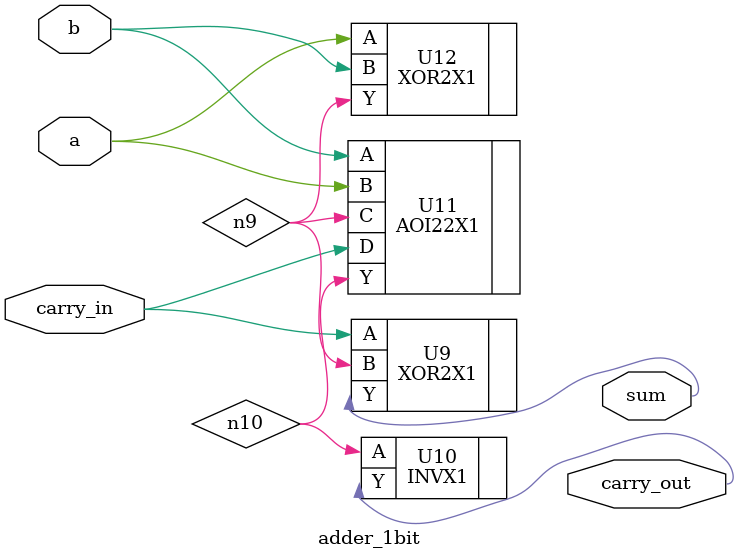
<source format=v>


module adder_1bit ( a, b, carry_in, sum, carry_out );
  input a, b, carry_in;
  output sum, carry_out;
  wire   n9, n10;

  XOR2X1 U9 ( .A(carry_in), .B(n9), .Y(sum) );
  INVX1 U10 ( .A(n10), .Y(carry_out) );
  AOI22X1 U11 ( .A(b), .B(a), .C(n9), .D(carry_in), .Y(n10) );
  XOR2X1 U12 ( .A(a), .B(b), .Y(n9) );
endmodule


</source>
